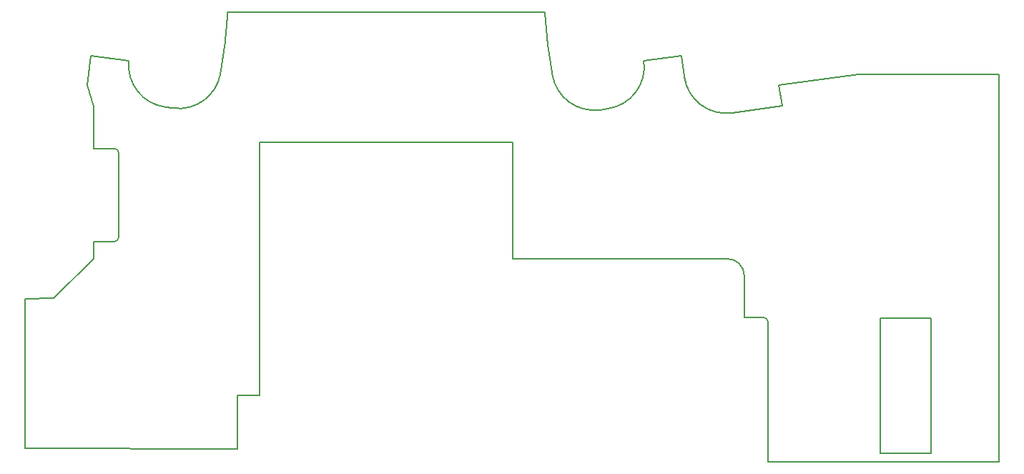
<source format=gbr>
%TF.GenerationSoftware,KiCad,Pcbnew,9.0.6*%
%TF.CreationDate,2025-12-29T15:13:59+01:00*%
%TF.ProjectId,pcb_phone_controller,7063625f-7068-46f6-9e65-5f636f6e7472,rev?*%
%TF.SameCoordinates,Original*%
%TF.FileFunction,Profile,NP*%
%FSLAX46Y46*%
G04 Gerber Fmt 4.6, Leading zero omitted, Abs format (unit mm)*
G04 Created by KiCad (PCBNEW 9.0.6) date 2025-12-29 15:13:59*
%MOMM*%
%LPD*%
G01*
G04 APERTURE LIST*
%TA.AperFunction,Profile*%
%ADD10C,0.200000*%
%TD*%
G04 APERTURE END LIST*
D10*
X208481355Y-131313130D02*
X214481355Y-131313130D01*
X214481355Y-147313130D01*
X208481355Y-147313130D01*
X208481355Y-131313130D01*
X176221362Y-106513175D02*
X175280050Y-106643005D01*
X124756295Y-106446124D02*
X123801999Y-106314504D01*
X165000000Y-124291938D02*
X190384124Y-124291938D01*
X118315876Y-121741937D02*
G75*
G02*
X117815876Y-122241876I-499976J37D01*
G01*
X115315876Y-122241938D02*
X117815875Y-122241938D01*
X119508681Y-100876911D02*
X115050881Y-100262071D01*
X107250000Y-146750000D02*
X107250000Y-146500000D01*
X222528629Y-102750000D02*
X222528629Y-102407617D01*
X115315876Y-106291938D02*
X114572673Y-103729248D01*
X131228928Y-95101863D02*
G75*
G02*
X130358034Y-102391595I-59344928J3392963D01*
G01*
X132350000Y-140500000D02*
X132350000Y-146841938D01*
X132350000Y-146841938D02*
X107250000Y-146750000D01*
X107250000Y-129000000D02*
X107250000Y-146500000D01*
X114572673Y-103729248D02*
X115050881Y-100262071D01*
X184949119Y-100262071D02*
X180491319Y-100876910D01*
X110608769Y-128991938D02*
X107250000Y-129000000D01*
X196504659Y-103715614D02*
X196846321Y-106192787D01*
X130358039Y-102391596D02*
G75*
G02*
X124756289Y-106446165I-4918639J898596D01*
G01*
X117815875Y-111241938D02*
G75*
G02*
X118315862Y-111741939I25J-499962D01*
G01*
X222528629Y-148341938D02*
X222528629Y-102750000D01*
X205988095Y-102407617D02*
X222250000Y-102407617D01*
X194684123Y-131241938D02*
G75*
G02*
X195184062Y-131741939I-23J-499962D01*
G01*
X135000000Y-140500000D02*
X135000000Y-110500000D01*
X169681641Y-102606559D02*
G75*
G02*
X168771067Y-95101863I58434359J10897659D01*
G01*
X192384124Y-131241938D02*
X192384124Y-126291937D01*
X222250000Y-102407617D02*
X222528629Y-102407617D01*
X115315876Y-124284831D02*
X110608769Y-128991938D01*
X175280050Y-106643005D02*
G75*
G02*
X169681650Y-102606557I-683150J4953105D01*
G01*
X115315876Y-124284831D02*
X115315876Y-122241938D01*
X115315876Y-111241938D02*
X115315876Y-106291938D01*
X194684123Y-131241938D02*
X192384124Y-131241938D01*
X135000000Y-140500000D02*
X132350000Y-140500000D01*
X118315876Y-111741938D02*
X118315876Y-121741937D01*
X196504659Y-103715614D02*
X205988095Y-102407617D01*
X165000000Y-124291938D02*
X165000000Y-110500000D01*
X123801999Y-106314504D02*
G75*
G02*
X119508728Y-100876915I683201J4953104D01*
G01*
X195184124Y-148341938D02*
X222528629Y-148341938D01*
X190927154Y-107009298D02*
G75*
G02*
X185290789Y-102739358I-683254J4953098D01*
G01*
X196846321Y-106192787D02*
X190927154Y-107009298D01*
X168771072Y-95101863D02*
X131228928Y-95101863D01*
X135000000Y-110500000D02*
X165000000Y-110500000D01*
X190384124Y-124291938D02*
G75*
G02*
X192384062Y-126291937I-24J-1999962D01*
G01*
X117815875Y-111241938D02*
X115315876Y-111241938D01*
X195184124Y-131741939D02*
X195184124Y-148341938D01*
X185290797Y-102739357D02*
X184949119Y-100262071D01*
X180491319Y-100876910D02*
G75*
G02*
X176221368Y-106513222I-4953119J-683190D01*
G01*
%TO.C,U1*%
X208481355Y-131313130D02*
X214481355Y-131313130D01*
X208481355Y-147313130D02*
X208481355Y-131313130D01*
X214481355Y-131313130D02*
X214481355Y-147313130D01*
X214481355Y-147313130D02*
X208481355Y-147313130D01*
%TD*%
M02*

</source>
